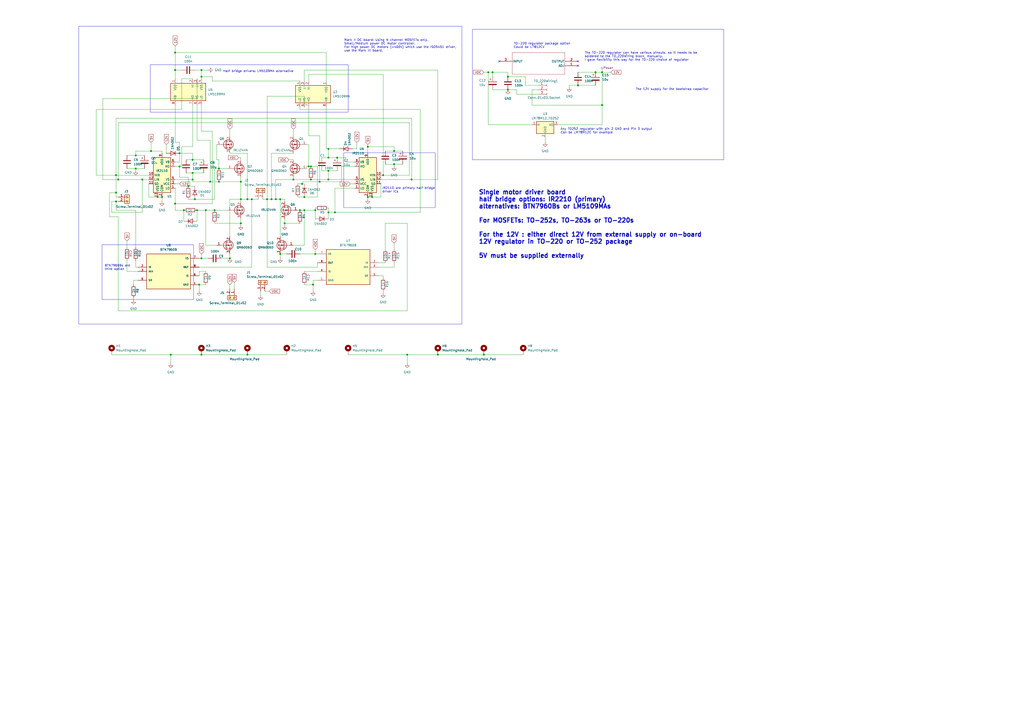
<source format=kicad_sch>
(kicad_sch (version 20250114) (generator "eeschema") (generator_version "9.0")
  (paper "A2")
  (rectangle (start 274.066 17.018) (end 419.862 92.71))
  (rectangle (start 59.182 141.986) (end 112.268 173.736))
  (rectangle (start 199.39 88.646) (end 252.476 120.396))
  (rectangle (start 87.122 37.592) (end 201.93 65.024))
  (rectangle (start 45.72 15.24) (end 267.97 187.96))
  (text "BTN7960Bs are\nthird option" (at 60.706 155.194 0) (effects (font (size 1.27 1.27)) (justify left)))
  (text "Single motor driver board\nhalf bridge options: IR2210 (primary)\nalternatives: BTN7960Bs or LM5109MAs\n\nFor MOSFETs: TO-252s, TO-263s or TO-220s\n\nFor the 12V : either direct 12V from external supply or on-board\n12V regulator in TO-220 or TO-252 package\n\n5V must be supplied externally" (at 277.622 130.048 0) (effects (font (size 2.54 2.54) (thickness 0.508) (bold yes)) (justify left)))
  (text "Half bridge drivers: LM5109MA alternative" (at 149.86 41.402 0) (effects (font (size 1.27 1.27))))
  (text "Any TO252 regulator with pin 2 GND and Pin 3 output\nCan be LM78M12C for example" (at 325.12 75.946 0) (effects (font (size 1.27 1.27)) (justify left)))
  (text "The 12V supply for the bootstrap capacitor" (at 389.89 51.816 0) (effects (font (size 1.27 1.27))))
  (text "TO-220 regulator package option\nCould be L7812CV" (at 297.942 26.416 0) (effects (font (size 1.27 1.27)) (justify left)))
  (text "The TO-220 regulator can have various pinouts, so it needs to be \nsoldered to the TO_220Wiring block, manually. \nI gave flexibility this way for the TO-220 choice of regulator" (at 339.09 32.766 0) (effects (font (size 1.27 1.27)) (justify left)))
  (text "IR2110 are primary half bridge\ndriver ICs" (at 221.742 110.236 0) (effects (font (size 1.27 1.27)) (justify left)))
  (text "Mark II DC board: Using N channel MOSFETs only.\nSmall/Medium power DC motor controller.\nFor high power DC motors (>400V) which use the ISO5451 driver,\nuse the Mark III board.\n" (at 199.644 26.416 0) (effects (font (size 1.27 1.27)) (justify left)))
  (junction (at 194.31 123.19))
  (junction (at 165.1 129.54))
  (junction (at 181.61 165.1))
  (junction (at 143.51 115.57))
  (junction (at 111.76 100.33))
  (junction (at 124.46 121.92))
  (junction (at 294.64 52.07))
  (junction (at 113.03 115.57))
  (junction (at 133.35 149.86))
  (junction (at 228.6 95.25))
  (junction (at 213.36 85.09))
  (junction (at 294.64 44.45))
  (junction (at 116.84 44.45))
  (junction (at 146.05 115.57))
  (junction (at 67.31 116.84))
  (junction (at 109.22 107.95))
  (junction (at 335.28 49.53))
  (junction (at 99.06 205.74))
  (junction (at 236.22 205.74))
  (junction (at 170.18 104.14))
  (junction (at 104.14 88.9))
  (junction (at 78.74 97.79))
  (junction (at 345.44 41.91))
  (junction (at 139.7 129.54))
  (junction (at 101.6 30.48))
  (junction (at 185.42 105.41))
  (junction (at 349.25 60.96))
  (junction (at 190.5 104.14))
  (junction (at 111.76 92.71))
  (junction (at 111.76 104.14))
  (junction (at 195.58 91.44))
  (junction (at 182.88 121.92))
  (junction (at 285.75 41.91))
  (junction (at 119.38 121.92))
  (junction (at 176.53 121.92))
  (junction (at 104.14 96.52))
  (junction (at 116.84 40.64))
  (junction (at 101.6 118.11))
  (junction (at 190.5 86.36))
  (junction (at 280.67 205.74))
  (junction (at 116.84 149.86))
  (junction (at 349.25 41.91))
  (junction (at 179.07 96.52))
  (junction (at 215.9 114.3))
  (junction (at 173.99 121.92))
  (junction (at 283.21 41.91))
  (junction (at 162.56 115.57))
  (junction (at 238.76 104.14))
  (junction (at 127 105.41))
  (junction (at 154.94 115.57))
  (junction (at 175.26 106.68))
  (junction (at 91.44 114.3))
  (junction (at 162.56 147.32))
  (junction (at 114.3 121.92))
  (junction (at 67.31 111.76))
  (junction (at 87.63 87.63))
  (junction (at 190.5 123.19))
  (junction (at 157.48 115.57))
  (junction (at 115.57 165.1))
  (junction (at 139.7 115.57))
  (junction (at 222.25 101.6))
  (junction (at 101.6 40.64))
  (junction (at 106.68 121.92))
  (junction (at 116.84 205.74))
  (junction (at 182.88 147.32))
  (junction (at 190.5 99.06))
  (junction (at 213.36 114.3))
  (junction (at 67.31 101.6))
  (junction (at 139.7 105.41))
  (junction (at 121.92 105.41))
  (junction (at 190.5 91.44))
  (junction (at 78.74 90.17))
  (junction (at 228.6 87.63))
  (junction (at 82.55 104.14))
  (junction (at 180.34 104.14))
  (junction (at 180.34 96.52))
  (junction (at 127 97.79))
  (junction (at 160.02 115.57))
  (junction (at 93.98 114.3))
  (junction (at 176.53 114.3))
  (junction (at 143.51 205.74))
  (junction (at 68.58 104.14))
  (junction (at 254 205.74))
  (no_connect (at 335.28 35.56))
  (no_connect (at 335.28 38.1))
  (no_connect (at 289.56 35.56))
  (wire (pts (xy 116.84 76.2) (xy 123.19 76.2)))
  (wire (pts (xy 283.21 72.39) (xy 283.21 41.91)))
  (wire (pts (xy 106.68 121.92) (xy 106.68 128.27)))
  (wire (pts (xy 181.61 165.1) (xy 181.61 168.91)))
  (wire (pts (xy 219.71 154.94) (xy 228.6 154.94)))
  (wire (pts (xy 299.72 54.61) (xy 299.72 52.07)))
  (wire (pts (xy 113.03 115.57) (xy 124.46 115.57)))
  (wire (pts (xy 304.8 49.53) (xy 304.8 44.45)))
  (wire (pts (xy 116.84 147.32) (xy 116.84 149.86)))
  (wire (pts (xy 223.52 129.54) (xy 236.22 129.54)))
  (wire (pts (xy 114.3 81.28) (xy 121.92 81.28)))
  (wire (pts (xy 87.63 87.63) (xy 93.98 87.63)))
  (wire (pts (xy 111.76 100.33) (xy 118.11 100.33)))
  (wire (pts (xy 345.44 41.91) (xy 349.25 41.91)))
  (wire (pts (xy 146.05 115.57) (xy 146.05 154.94)))
  (wire (pts (xy 220.98 114.3) (xy 215.9 114.3)))
  (wire (pts (xy 64.77 123.19) (xy 64.77 116.84)))
  (wire (pts (xy 67.31 116.84) (xy 68.58 116.84)))
  (wire (pts (xy 99.06 205.74) (xy 116.84 205.74)))
  (wire (pts (xy 180.34 104.14) (xy 190.5 104.14)))
  (wire (pts (xy 173.99 147.32) (xy 182.88 147.32)))
  (wire (pts (xy 177.8 97.79) (xy 177.8 96.52)))
  (wire (pts (xy 93.98 114.3) (xy 93.98 116.84)))
  (wire (pts (xy 93.98 87.63) (xy 93.98 88.9)))
  (wire (pts (xy 127 105.41) (xy 121.92 105.41)))
  (wire (pts (xy 116.84 40.64) (xy 120.65 40.64)))
  (wire (pts (xy 124.46 115.57) (xy 124.46 97.79)))
  (wire (pts (xy 190.5 120.65) (xy 190.5 123.19)))
  (wire (pts (xy 123.19 118.11) (xy 101.6 118.11)))
  (wire (pts (xy 154.94 154.94) (xy 154.94 115.57)))
  (wire (pts (xy 77.47 162.56) (xy 80.01 162.56)))
  (wire (pts (xy 162.56 147.32) (xy 166.37 147.32)))
  (wire (pts (xy 67.31 101.6) (xy 86.36 101.6)))
  (wire (pts (xy 101.6 93.98) (xy 104.14 93.98)))
  (wire (pts (xy 68.58 125.73) (xy 68.58 180.34)))
  (wire (pts (xy 228.6 95.25) (xy 233.68 95.25)))
  (wire (pts (xy 170.18 142.24) (xy 176.53 142.24)))
  (wire (pts (xy 105.41 45.72) (xy 105.41 63.5)))
  (wire (pts (xy 177.8 96.52) (xy 179.07 96.52)))
  (wire (pts (xy 213.36 85.09) (xy 213.36 88.9)))
  (wire (pts (xy 280.67 205.74) (xy 303.53 205.74)))
  (wire (pts (xy 63.5 125.73) (xy 63.5 111.76)))
  (wire (pts (xy 104.14 88.9) (xy 111.76 88.9)))
  (wire (pts (xy 78.74 97.79) (xy 83.82 97.79)))
  (wire (pts (xy 198.12 96.52) (xy 198.12 105.41)))
  (wire (pts (xy 238.76 68.58) (xy 67.31 68.58)))
  (wire (pts (xy 82.55 123.19) (xy 64.77 123.19)))
  (wire (pts (xy 165.1 129.54) (xy 165.1 130.81)))
  (wire (pts (xy 189.23 30.48) (xy 101.6 30.48)))
  (wire (pts (xy 205.74 104.14) (xy 190.5 104.14)))
  (wire (pts (xy 139.7 115.57) (xy 143.51 115.57)))
  (wire (pts (xy 172.72 121.92) (xy 173.99 121.92)))
  (wire (pts (xy 101.6 60.96) (xy 101.6 82.55)))
  (wire (pts (xy 222.25 161.29) (xy 222.25 160.02)))
  (wire (pts (xy 170.18 88.9) (xy 157.48 88.9)))
  (wire (pts (xy 167.64 92.71) (xy 170.18 92.71)))
  (wire (pts (xy 200.66 93.98) (xy 200.66 91.44)))
  (wire (pts (xy 190.5 86.36) (xy 190.5 91.44)))
  (wire (pts (xy 143.51 88.9) (xy 143.51 115.57)))
  (wire (pts (xy 154.94 55.88) (xy 154.94 115.57)))
  (wire (pts (xy 186.69 99.06) (xy 190.5 99.06)))
  (wire (pts (xy 308.61 60.96) (xy 349.25 60.96)))
  (wire (pts (xy 203.2 106.68) (xy 205.74 106.68)))
  (wire (pts (xy 118.11 92.71) (xy 111.76 92.71)))
  (wire (pts (xy 82.55 104.14) (xy 86.36 104.14)))
  (wire (pts (xy 228.6 154.94) (xy 228.6 152.4)))
  (wire (pts (xy 294.64 41.91) (xy 294.64 44.45)))
  (wire (pts (xy 222.25 168.91) (xy 222.25 170.18)))
  (wire (pts (xy 283.21 41.91) (xy 280.67 41.91)))
  (wire (pts (xy 78.74 121.92) (xy 67.31 121.92)))
  (wire (pts (xy 125.73 92.71) (xy 127 92.71)))
  (wire (pts (xy 114.3 45.72) (xy 114.3 57.15)))
  (wire (pts (xy 119.38 157.48) (xy 115.57 157.48)))
  (wire (pts (xy 165.1 129.54) (xy 165.1 127)))
  (wire (pts (xy 55.88 101.6) (xy 67.31 101.6)))
  (wire (pts (xy 121.92 105.41) (xy 111.76 105.41)))
  (wire (pts (xy 170.18 74.93) (xy 170.18 78.74)))
  (wire (pts (xy 207.01 86.36) (xy 204.47 86.36)))
  (wire (pts (xy 196.85 86.36) (xy 190.5 86.36)))
  (wire (pts (xy 213.36 85.09) (xy 228.6 85.09)))
  (wire (pts (xy 114.3 60.96) (xy 114.3 81.28)))
  (wire (pts (xy 198.12 105.41) (xy 185.42 105.41)))
  (wire (pts (xy 133.35 137.16) (xy 133.35 115.57)))
  (wire (pts (xy 73.66 151.13) (xy 73.66 157.48)))
  (wire (pts (xy 64.77 205.74) (xy 99.06 205.74)))
  (wire (pts (xy 189.23 62.23) (xy 189.23 86.36)))
  (wire (pts (xy 170.18 102.87) (xy 170.18 104.14)))
  (wire (pts (xy 73.66 97.79) (xy 78.74 97.79)))
  (wire (pts (xy 285.75 41.91) (xy 283.21 41.91)))
  (wire (pts (xy 101.6 40.64) (xy 101.6 45.72)))
  (wire (pts (xy 190.5 123.19) (xy 190.5 127)))
  (wire (pts (xy 111.76 45.72) (xy 105.41 45.72)))
  (wire (pts (xy 113.03 40.64) (xy 116.84 40.64)))
  (wire (pts (xy 283.21 72.39) (xy 308.61 72.39)))
  (wire (pts (xy 139.7 91.44) (xy 139.7 92.71)))
  (wire (pts (xy 308.61 52.07) (xy 308.61 60.96)))
  (wire (pts (xy 101.6 26.67) (xy 101.6 30.48)))
  (wire (pts (xy 176.53 165.1) (xy 181.61 165.1)))
  (wire (pts (xy 223.52 144.78) (xy 223.52 129.54)))
  (wire (pts (xy 201.93 205.74) (xy 236.22 205.74)))
  (wire (pts (xy 323.85 72.39) (xy 349.25 72.39)))
  (wire (pts (xy 68.58 104.14) (xy 68.58 71.12)))
  (wire (pts (xy 109.22 115.57) (xy 113.03 115.57)))
  (wire (pts (xy 139.7 105.41) (xy 127 105.41)))
  (wire (pts (xy 153.67 168.91) (xy 156.21 168.91)))
  (wire (pts (xy 179.07 83.82) (xy 177.8 83.82)))
  (wire (pts (xy 228.6 87.63) (xy 233.68 87.63)))
  (wire (pts (xy 111.76 85.09) (xy 105.41 85.09)))
  (wire (pts (xy 77.47 165.1) (xy 77.47 162.56)))
  (wire (pts (xy 105.41 96.52) (xy 104.14 96.52)))
  (wire (pts (xy 176.53 157.48) (xy 184.15 157.48)))
  (wire (pts (xy 121.92 81.28) (xy 121.92 105.41)))
  (wire (pts (xy 285.75 52.07) (xy 294.64 52.07)))
  (wire (pts (xy 157.48 88.9) (xy 157.48 115.57)))
  (wire (pts (xy 173.99 129.54) (xy 165.1 129.54)))
  (wire (pts (xy 101.6 82.55) (xy 104.14 82.55)))
  (wire (pts (xy 78.74 87.63) (xy 78.74 90.17)))
  (wire (pts (xy 116.84 149.86) (xy 120.65 149.86)))
  (wire (pts (xy 190.5 91.44) (xy 195.58 91.44)))
  (wire (pts (xy 194.31 123.19) (xy 190.5 123.19)))
  (wire (pts (xy 67.31 114.3) (xy 68.58 114.3)))
  (wire (pts (xy 179.07 46.99) (xy 179.07 43.18)))
  (wire (pts (xy 330.2 49.53) (xy 335.28 49.53)))
  (wire (pts (xy 109.22 107.95) (xy 113.03 107.95)))
  (wire (pts (xy 175.26 106.68) (xy 176.53 106.68)))
  (wire (pts (xy 182.88 147.32) (xy 184.15 147.32)))
  (wire (pts (xy 176.53 46.99) (xy 176.53 40.64)))
  (wire (pts (xy 143.51 205.74) (xy 166.37 205.74)))
  (wire (pts (xy 67.31 101.6) (xy 67.31 111.76)))
  (wire (pts (xy 304.8 44.45) (xy 294.64 44.45)))
  (wire (pts (xy 127 92.71) (xy 127 97.79)))
  (wire (pts (xy 96.52 83.82) (xy 96.52 88.9)))
  (wire (pts (xy 254 104.14) (xy 238.76 104.14)))
  (wire (pts (xy 185.42 78.74) (xy 185.42 105.41)))
  (wire (pts (xy 139.7 115.57) (xy 139.7 116.84)))
  (wire (pts (xy 109.22 102.87) (xy 109.22 107.95)))
  (wire (pts (xy 86.36 114.3) (xy 91.44 114.3)))
  (wire (pts (xy 185.42 105.41) (xy 175.26 105.41)))
  (wire (pts (xy 182.88 120.65) (xy 182.88 121.92)))
  (wire (pts (xy 116.84 40.64) (xy 116.84 44.45)))
  (wire (pts (xy 101.6 30.48) (xy 101.6 40.64)))
  (wire (pts (xy 190.5 99.06) (xy 195.58 99.06)))
  (wire (pts (xy 179.07 43.18) (xy 222.25 43.18)))
  (wire (pts (xy 125.73 142.24) (xy 119.38 142.24)))
  (wire (pts (xy 87.63 82.55) (xy 87.63 87.63)))
  (wire (pts (xy 219.71 160.02) (xy 222.25 160.02)))
  (wire (pts (xy 59.69 104.14) (xy 68.58 104.14)))
  (wire (pts (xy 105.41 85.09) (xy 105.41 96.52)))
  (wire (pts (xy 107.95 100.33) (xy 111.76 100.33)))
  (wire (pts (xy 116.84 44.45) (xy 116.84 45.72)))
  (wire (pts (xy 181.61 162.56) (xy 181.61 165.1)))
  (wire (pts (xy 162.56 115.57) (xy 165.1 115.57)))
  (wire (pts (xy 162.56 147.32) (xy 162.56 149.86)))
  (wire (pts (xy 133.35 165.1) (xy 133.35 167.64)))
  (wire (pts (xy 349.25 72.39) (xy 349.25 60.96)))
  (wire (pts (xy 190.5 104.14) (xy 190.5 99.06)))
  (wire (pts (xy 67.31 121.92) (xy 67.31 116.84)))
  (wire (pts (xy 170.18 104.14) (xy 160.02 104.14)))
  (wire (pts (xy 162.56 115.57) (xy 162.56 137.16)))
  (wire (pts (xy 139.7 129.54) (xy 139.7 127)))
  (wire (pts (xy 101.6 106.68) (xy 104.14 106.68)))
  (wire (pts (xy 219.71 152.4) (xy 223.52 152.4)))
  (wire (pts (xy 124.46 121.92) (xy 132.08 121.92)))
  (wire (pts (xy 236.22 205.74) (xy 236.22 210.82)))
  (wire (pts (xy 125.73 83.82) (xy 125.73 92.71)))
  (wire (pts (xy 154.94 154.94) (xy 184.15 154.94)))
  (wire (pts (xy 68.58 104.14) (xy 82.55 104.14)))
  (wire (pts (xy 135.89 163.83) (xy 135.89 167.64)))
  (wire (pts (xy 67.31 68.58) (xy 67.31 101.6)))
  (wire (pts (xy 220.98 106.68) (xy 220.98 114.3)))
  (wire (pts (xy 114.3 57.15) (xy 59.69 57.15)))
  (wire (pts (xy 205.74 93.98) (xy 200.66 93.98)))
  (wire (pts (xy 111.76 92.71) (xy 107.95 92.71)))
  (wire (pts (xy 146.05 115.57) (xy 149.86 115.57)))
  (wire (pts (xy 111.76 88.9) (xy 111.76 92.71)))
  (wire (pts (xy 312.42 54.61) (xy 299.72 54.61)))
  (wire (pts (xy 170.18 104.14) (xy 180.34 104.14)))
  (wire (pts (xy 236.22 205.74) (xy 254 205.74)))
  (wire (pts (xy 176.53 40.64) (xy 254 40.64)))
  (wire (pts (xy 184.15 96.52) (xy 184.15 114.3)))
  (wire (pts (xy 77.47 172.72) (xy 77.47 173.99)))
  (wire (pts (xy 189.23 86.36) (xy 190.5 86.36)))
  (wire (pts (xy 55.88 63.5) (xy 55.88 101.6)))
  (wire (pts (xy 194.31 109.22) (xy 194.31 123.19)))
  (wire (pts (xy 128.27 149.86) (xy 133.35 149.86)))
  (wire (pts (xy 312.42 49.53) (xy 304.8 49.53)))
  (wire (pts (xy 194.31 109.22) (xy 205.74 109.22)))
  (wire (pts (xy 138.43 91.44) (xy 139.7 91.44)))
  (wire (pts (xy 173.99 46.99) (xy 123.19 46.99)))
  (wire (pts (xy 228.6 140.97) (xy 228.6 144.78)))
  (wire (pts (xy 104.14 102.87) (xy 109.22 102.87)))
  (wire (pts (xy 91.44 114.3) (xy 93.98 114.3)))
  (wire (pts (xy 179.07 96.52) (xy 180.34 96.52)))
  (wire (pts (xy 78.74 87.63) (xy 87.63 87.63)))
  (wire (pts (xy 176.53 142.24) (xy 176.53 121.92)))
  (wire (pts (xy 236.22 180.34) (xy 68.58 180.34)))
  (wire (pts (xy 116.84 205.74) (xy 143.51 205.74)))
  (wire (pts (xy 115.57 165.1) (xy 115.57 168.91)))
  (wire (pts (xy 111.76 105.41) (xy 111.76 104.14)))
  (wire (pts (xy 330.2 49.53) (xy 330.2 50.8)))
  (wire (pts (xy 101.6 40.64) (xy 105.41 40.64)))
  (wire (pts (xy 152.4 115.57) (xy 154.94 115.57)))
  (wire (pts (xy 68.58 71.12) (xy 237.49 71.12)))
  (wire (pts (xy 99.06 205.74) (xy 99.06 210.82)))
  (wire (pts (xy 101.6 96.52) (xy 104.14 96.52)))
  (wire (pts (xy 78.74 97.79) (xy 78.74 99.06)))
  (wire (pts (xy 115.57 157.48) (xy 115.57 160.02)))
  (wire (pts (xy 78.74 90.17) (xy 83.82 90.17)))
  (wire (pts (xy 82.55 104.14) (xy 82.55 123.19)))
  (wire (pts (xy 182.88 121.92) (xy 182.88 127)))
  (wire (pts (xy 104.14 82.55) (xy 104.14 88.9)))
  (wire (pts (xy 114.3 121.92) (xy 119.38 121.92)))
  (wire (pts (xy 105.41 63.5) (xy 55.88 63.5)))
  (wire (pts (xy 78.74 154.94) (xy 80.01 154.94)))
  (wire (pts (xy 254 40.64) (xy 254 104.14)))
  (wire (pts (xy 154.94 115.57) (xy 157.48 115.57)))
  (wire (pts (xy 176.53 62.23) (xy 176.53 55.88)))
  (wire (pts (xy 222.25 43.18) (xy 222.25 101.6)))
  (wire (pts (xy 179.07 83.82) (xy 179.07 96.52)))
  (wire (pts (xy 68.58 125.73) (xy 63.5 125.73)))
  (wire (pts (xy 184.15 154.94) (xy 184.15 152.4)))
  (wire (pts (xy 175.26 105.41) (xy 175.26 106.68)))
  (wire (pts (xy 236.22 129.54) (xy 236.22 180.34)))
  (wire (pts (xy 73.66 139.7) (xy 73.66 143.51)))
  (wire (pts (xy 143.51 115.57) (xy 146.05 115.57)))
  (wire (pts (xy 139.7 105.41) (xy 139.7 115.57)))
  (wire (pts (xy 133.35 115.57) (xy 139.7 115.57)))
  (wire (pts (xy 133.35 147.32) (xy 133.35 149.86)))
  (wire (pts (xy 312.42 52.07) (xy 308.61 52.07)))
  (wire (pts (xy 349.25 41.91) (xy 354.33 41.91)))
  (wire (pts (xy 67.31 111.76) (xy 67.31 114.3)))
  (wire (pts (xy 176.53 114.3) (xy 184.15 114.3)))
  (wire (pts (xy 172.72 114.3) (xy 176.53 114.3)))
  (wire (pts (xy 173.99 63.5) (xy 243.84 63.5)))
  (wire (pts (xy 285.75 44.45) (xy 285.75 41.91)))
  (wire (pts (xy 228.6 85.09) (xy 228.6 87.63)))
  (wire (pts (xy 124.46 97.79) (xy 127 97.79)))
  (wire (pts (xy 213.36 114.3) (xy 213.36 115.57)))
  (wire (pts (xy 349.25 60.96) (xy 349.25 41.91)))
  (wire (pts (xy 222.25 101.6) (xy 237.49 101.6)))
  (wire (pts (xy 119.38 121.92) (xy 124.46 121.92)))
  (wire (pts (xy 160.02 115.57) (xy 162.56 115.57)))
  (wire (pts (xy 254 205.74) (xy 280.67 205.74)))
  (wire (pts (xy 133.35 88.9) (xy 143.51 88.9)))
  (wire (pts (xy 180.34 96.52) (xy 184.15 96.52)))
  (wire (pts (xy 101.6 118.11) (xy 101.6 121.92)))
  (wire (pts (xy 111.76 100.33) (xy 111.76 104.14)))
  (wire (pts (xy 189.23 30.48) (xy 189.23 46.99)))
  (wire (pts (xy 119.38 142.24) (xy 119.38 121.92)))
  (wire (pts (xy 186.69 91.44) (xy 190.5 91.44)))
  (wire (pts (xy 101.6 121.92) (xy 106.68 121.92)))
  (wire (pts (xy 213.36 114.3) (xy 215.9 114.3)))
  (wire (pts (xy 133.35 74.93) (xy 133.35 78.74)))
  (wire (pts (xy 63.5 111.76) (xy 67.31 111.76)))
  (wire (pts (xy 176.53 55.88) (xy 154.94 55.88)))
  (wire (pts (xy 115.57 149.86) (xy 116.84 149.86)))
  (wire (pts (xy 151.13 168.91) (xy 151.13 171.45)))
  (wire (pts (xy 115.57 154.94) (xy 146.05 154.94)))
  (wire (pts (xy 205.74 96.52) (xy 198.12 96.52)))
  (wire (pts (xy 220.98 101.6) (xy 222.25 101.6)))
  (wire (pts (xy 194.31 123.19) (xy 243.84 123.19)))
  (wire (pts (xy 124.46 129.54) (xy 139.7 129.54)))
  (wire (pts (xy 111.76 60.96) (xy 111.76 85.09)))
  (wire (pts (xy 104.14 93.98) (xy 104.14 88.9)))
  (wire (pts (xy 176.53 121.92) (xy 182.88 121.92)))
  (wire (pts (xy 123.19 76.2) (xy 123.19 118.11)))
  (wire (pts (xy 73.66 157.48) (xy 80.01 157.48)))
  (wire (pts (xy 139.7 129.54) (xy 139.7 130.81)))
  (wire (pts (xy 182.88 144.78) (xy 182.88 147.32)))
  (wire (pts (xy 73.66 90.17) (xy 78.74 90.17)))
  (wire (pts (xy 243.84 63.5) (xy 243.84 123.19)))
  (wire (pts (xy 101.6 104.14) (xy 111.76 104.14)))
  (wire (pts (xy 207.01 82.55) (xy 207.01 86.36)))
  (wire (pts (xy 335.28 49.53) (xy 345.44 49.53)))
  (wire (pts (xy 172.72 106.68) (xy 175.26 106.68)))
  (wire (pts (xy 78.74 151.13) (xy 78.74 154.94)))
  (wire (pts (xy 165.1 115.57) (xy 165.1 116.84)))
  (wire (pts (xy 59.69 57.15) (xy 59.69 104.14)))
  (wire (pts (xy 179.07 78.74) (xy 185.42 78.74)))
  (wire (pts (xy 123.19 44.45) (xy 116.84 44.45)))
  (wire (pts (xy 157.48 115.57) (xy 160.02 115.57)))
  (wire (pts (xy 123.19 46.99) (xy 123.19 44.45)))
  (wire (pts (xy 78.74 121.92) (xy 78.74 143.51)))
  (wire (pts (xy 213.36 83.82) (xy 213.36 85.09)))
  (wire (pts (xy 116.84 60.96) (xy 116.84 76.2)))
  (wire (pts (xy 173.99 121.92) (xy 176.53 121.92)))
  (wire (pts (xy 115.57 165.1) (xy 119.38 165.1)))
  (wire (pts (xy 132.08 97.79) (xy 127 97.79)))
  (wire (pts (xy 223.52 95.25) (xy 228.6 95.25)))
  (wire (pts (xy 285.75 41.91) (xy 294.64 41.91)))
  (wire (pts (xy 114.3 121.92) (xy 114.3 128.27)))
  (wire (pts (xy 316.23 80.01) (xy 316.23 82.55)))
  (wire (pts (xy 139.7 102.87) (xy 139.7 105.41)))
  (wire (pts (xy 299.72 52.07) (xy 294.64 52.07)))
  (wire (pts (xy 179.07 62.23) (xy 179.07 78.74)))
  (wire (pts (xy 345.44 41.91) (xy 335.28 41.91)))
  (wire (pts (xy 220.98 104.14) (xy 238.76 104.14)))
  (wire (pts (xy 200.66 91.44) (xy 195.58 91.44)))
  (wire (pts (xy 101.6 109.22) (xy 101.6 118.11)))
  (wire (pts (xy 184.15 162.56) (xy 181.61 162.56)))
  (wire (pts (xy 104.14 96.52) (xy 104.14 102.87)))
  (wire (pts (xy 160.02 104.14) (xy 160.02 115.57)))
  (wire (pts (xy 228.6 95.25) (xy 228.6 96.52)))
  (wire (pts (xy 64.77 116.84) (xy 67.31 116.84)))
  (wire (pts (xy 237.49 71.12) (xy 237.49 101.6)))
  (wire (pts (xy 86.36 106.68) (xy 86.36 114.3)))
  (wire (pts (xy 173.99 62.23) (xy 173.99 63.5)))
  (wire (pts (xy 223.52 87.63) (xy 228.6 87.63)))
  (wire (pts (xy 238.76 104.14) (xy 238.76 68.58)))
  (global_label "VDC" (shape input) (at 170.18 74.93 90) (property "Intersheetrefs" "${INTERSHEET_REFS}" (effects (hide yes))))
  (global_label "VDC" (shape input) (at 167.64 92.71 180) (property "Intersheetrefs" "${INTERSHEET_REFS}" (effects (hide yes))))
  (global_label "12V" (shape input) (at 104.14 106.68 0) (property "Intersheetrefs" "${INTERSHEET_REFS}" (effects (hide yes))))
  (global_label "12V" (shape input) (at 354.33 41.91 0) (property "Intersheetrefs" "${INTERSHEET_REFS}" (effects (hide yes))))
  (global_label "VDC" (shape input) (at 116.84 147.32 90) (property "Intersheetrefs" "${INTERSHEET_REFS}" (effects (hide yes))))
  (global_label "12V" (shape input) (at 133.35 165.1 90) (property "Intersheetrefs" "${INTERSHEET_REFS}" (effects (hide yes))))
  (global_label "12V" (shape input) (at 101.6 26.67 90) (property "Intersheetrefs" "${INTERSHEET_REFS}" (effects (hide yes))))
  (global_label "5V" (shape input) (at 228.6 140.97 90) (property "Intersheetrefs" "${INTERSHEET_REFS}" (effects (hide yes))))
  (global_label "5V" (shape input) (at 135.89 163.83 90) (property "Intersheetrefs" "${INTERSHEET_REFS}" (effects (hide yes))))
  (global_label "VDC" (shape input) (at 182.88 144.78 90) (property "Intersheetrefs" "${INTERSHEET_REFS}" (effects (hide yes))))
  (global_label "VDC" (shape input) (at 133.35 74.93 90) (property "Intersheetrefs" "${INTERSHEET_REFS}" (effects (hide yes))))
  (global_label "VDC" (shape input) (at 280.67 41.91 180) (property "Intersheetrefs" "${INTERSHEET_REFS}" (effects (hide yes))))
  (global_label "12V" (shape input) (at 207.01 82.55 90) (property "Intersheetrefs" "${INTERSHEET_REFS}" (effects (hide yes))))
  (global_label "5V" (shape input) (at 87.63 82.55 90) (property "Intersheetrefs" "${INTERSHEET_REFS}" (effects (hide yes))))
  (global_label "5V" (shape input) (at 213.36 83.82 90) (property "Intersheetrefs" "${INTERSHEET_REFS}" (effects (hide yes))))
  (global_label "12V" (shape input) (at 96.52 83.82 90) (property "Intersheetrefs" "${INTERSHEET_REFS}" (effects (hide yes))))
  (global_label "5V" (shape input) (at 73.66 139.7 90) (property "Intersheetrefs" "${INTERSHEET_REFS}" (effects (hide yes))))
  (global_label "12V" (shape input) (at 203.2 106.68 180) (property "Intersheetrefs" "${INTERSHEET_REFS}" (effects (hide yes))))
  (global_label "VDC" (shape input) (at 156.21 168.91 0) (property "Intersheetrefs" "${INTERSHEET_REFS}" (effects (hide yes))))
  (global_label "VDC" (shape input) (at 138.43 91.44 180) (property "Intersheetrefs" "${INTERSHEET_REFS}" (effects (hide yes))))
  (netclass_flag "" (length 2.54) (shape round) (at 349.25 41.91 0) (property "Netclass" "Power" (at 349.9485 39.37 0) (effects (justify left))))
  (symbol (lib_id "power:GND") (at 330.2 50.8 0) (unit 1)
    (property "Reference" "#PWR024" (effects (hide yes)))
    (property "Value" "GND" (at 330.2 55.88 0))
    (property "Description" "Power symbol creates a global label with name \"GND\" , ground" (effects (hide yes)))
  )
  (symbol (lib_id "power:GND") (at 165.1 130.81 0) (unit 1)
    (property "Reference" "#PWR04" (effects (hide yes)))
    (property "Value" "GND" (at 165.1 135.89 0))
    (property "Description" "Power symbol creates a global label with name \"GND\" , ground" (effects (hide yes)))
  )
  (symbol (lib_id "Device:R") (at 172.72 110.49 0) (mirror x) (unit 1)
    (property "Reference" "R7" (at 170.18 110.236 90))
    (property "Value" "1k" (at 172.72 110.236 90))
    (property "Footprint" "TO220:R_Axial_Clean" (effects (hide yes)))
    (property "Description" "Resistor" (effects (hide yes)))
  )
  (symbol (lib_id "Mechanical:MountingHole_Pad") (at 201.93 203.2 0) (unit 1) (exclude_from_sim yes) (in_bom no)
    (property "Reference" "H5" (at 204.47 200.6599 0) (effects (justify left)))
    (property "Value" "MountingHole_Pad" (at 204.47 203.1999 0) (effects (justify left)))
    (property "Footprint" "MountingHole:MountingHole_2.7mm_M2.5_Pad_Via" (effects (hide yes)))
    (property "Description" "Mounting Hole with connection" (effects (hide yes)))
  )
  (symbol (lib_id "Device:R") (at 127 101.6 0) (mirror x) (unit 1)
    (property "Reference" "R11" (at 129.286 101.346 90))
    (property "Value" "1k" (at 127 101.346 90))
    (property "Footprint" "TO220:R_Axial_Clean" (effects (hide yes)))
    (property "Description" "Resistor" (effects (hide yes)))
  )
  (symbol (lib_id "Device:C") (at 109.22 40.64 90) (unit 1)
    (property "Reference" "C11" (at 109.22 33.02 90))
    (property "Value" "100n" (at 109.22 35.56 90))
    (property "Footprint" "Capacitor_THT:C_Rect_L7.0mm_W3.5mm_P5.00mm" (effects (hide yes)))
    (property "Description" "Unpolarized capacitor" (effects (hide yes)))
  )
  (symbol (lib_id "power:GND") (at 78.74 99.06 0) (unit 1)
    (property "Reference" "#PWR07" (effects (hide yes)))
    (property "Value" "GND" (at 74.422 100.076 0))
    (property "Description" "Power symbol creates a global label with name \"GND\" , ground" (effects (hide yes)))
  )
  (symbol (lib_id "Driver_FET:IR2110") (at 93.98 101.6 0) (unit 1)
    (property "Reference" "U1" (at 97.028 113.792 0) (effects (justify left)))
    (property "Value" "IR2110" (at 90.424 99.06 0) (effects (justify left)))
    (property "Footprint" "Package_DIP:DIP-14_W7.62mm" (effects (hide yes)))
    (property "Datasheet" "https://www.infineon.com/dgdl/ir2110.pdf?fileId=5546d462533600a4015355c80333167e" (effects (hide yes)))
    (property "Description" "High and Low Side Driver, 500V, 2.0/2.0A, PDIP-14" (effects (hide yes)))
  )
  (symbol (lib_id "power:GND") (at 93.98 116.84 0) (unit 1)
    (property "Reference" "#PWR09" (effects (hide yes)))
    (property "Value" "GND" (at 93.98 121.92 0))
    (property "Description" "Power symbol creates a global label with name \"GND\" , ground" (effects (hide yes)))
  )
  (symbol (lib_id "power:GND") (at 294.64 52.07 0) (unit 1)
    (property "Reference" "#PWR017" (effects (hide yes)))
    (property "Value" "GND" (at 294.64 57.15 0))
    (property "Description" "Power symbol creates a global label with name \"GND\" , ground" (effects (hide yes)))
  )
  (symbol (lib_id "power:GND") (at 133.35 149.86 0) (unit 1)
    (property "Reference" "#PWR03" (effects (hide yes)))
    (property "Value" "GND" (at 138.176 151.892 0))
    (property "Description" "Power symbol creates a global label with name \"GND\" , ground" (effects (hide yes)))
  )
  (symbol (lib_id "Transistor_FET:IRLIZ44N") (at 130.81 83.82 0) (unit 1)
    (property "Reference" "Q8" (at 127.254 80.518 0) (effects (justify left)))
    (property "Value" "IRLIZ44N" (at 135.128 87.122 0) (effects (justify left)))
    (property "Footprint" "TO220:TO-220-3_EXTENDED2" (effects (hide yes)))
    (property "Datasheet" "http://www.irf.com/product-info/datasheets/data/irliz44n.pdf" (effects (hide yes)))
    (property "Description" "30A Id, 55V Vds, 22mOhm Rds, N-Channel HEXFET Power MOSFET, TO-220AB" (effects (hide yes)))
  )
  (symbol (lib_id "Device:C") (at 170.18 147.32 270) (unit 1)
    (property "Reference" "C10" (at 172.974 144.526 90))
    (property "Value" "100n" (at 169.672 151.384 90))
    (property "Footprint" "Capacitor_THT:C_Rect_L7.0mm_W3.5mm_P5.00mm" (effects (hide yes)))
    (property "Description" "Unpolarized capacitor" (effects (hide yes)))
  )
  (symbol (lib_id "Device:C_Polarized") (at 83.82 93.98 0) (unit 1)
    (property "Reference" "C6" (at 87.63 91.8209 0) (effects (justify left)))
    (property "Value" "10u" (at 87.63 94.3609 0) (effects (justify left)))
    (property "Footprint" "termocuplu:CP_Elec_6.3x3.9_COMPOSITE" (effects (hide yes)))
    (property "Description" "Polarized capacitor" (effects (hide yes)))
  )
  (symbol (lib_id "Device:R") (at 173.99 125.73 0) (mirror x) (unit 1)
    (property "Reference" "R4" (at 176.276 125.476 90))
    (property "Value" "1k" (at 173.99 125.476 90))
    (property "Footprint" "TO220:R_Axial_Clean" (effects (hide yes)))
    (property "Description" "Resistor" (effects (hide yes)))
  )
  (symbol (lib_id "Device:C_Polarized") (at 195.58 95.25 0) (unit 1)
    (property "Reference" "C2" (at 199.39 93.0909 0) (effects (justify left)))
    (property "Value" "10u" (at 199.39 95.6309 0) (effects (justify left)))
    (property "Footprint" "termocuplu:CP_Elec_6.3x3.9_COMPOSITE" (effects (hide yes)))
    (property "Description" "Polarized capacitor" (effects (hide yes)))
  )
  (symbol (lib_id "power:GND") (at 162.56 149.86 0) (unit 1)
    (property "Reference" "#PWR05" (effects (hide yes)))
    (property "Value" "GND" (at 158.75 151.892 0))
    (property "Description" "Power symbol creates a global label with name \"GND\" , ground" (effects (hide yes)))
  )
  (symbol (lib_id "Connector:Screw_Terminal_01x02") (at 151.13 163.83 90) (unit 1)
    (property "Reference" "J1" (at 143.002 157.988 90) (effects (justify right)))
    (property "Value" "Screw_Terminal_01x02" (at 143.002 160.528 90) (effects (justify right)))
    (property "Footprint" "TO220:TerminalBlock_CLEAN_2PIN" (effects (hide yes)))
    (property "Description" "Generic screw terminal, single row, 01x02, script generated (kicad-library-utils/schlib/autogen/connector/)" (effects (hide yes)))
  )
  (symbol (lib_id "Device:R") (at 223.52 148.59 0) (mirror x) (unit 1)
    (property "Reference" "R14" (at 225.806 148.336 90))
    (property "Value" "10k" (at 223.52 148.336 90))
    (property "Footprint" "TO220:R_Axial_Clean" (effects (hide yes)))
    (property "Description" "Resistor" (effects (hide yes)))
  )
  (symbol (lib_id "Mechanical:MountingHole_Pad") (at 116.84 203.2 0) (unit 1) (exclude_from_sim yes) (in_bom no)
    (property "Reference" "H3" (at 119.38 200.6599 0) (effects (justify left)))
    (property "Value" "MountingHole_Pad" (at 119.38 203.1999 0) (effects (justify left)))
    (property "Footprint" "MountingHole:MountingHole_2.7mm_M2.5_Pad_Via" (effects (hide yes)))
    (property "Description" "Mounting Hole with connection" (effects (hide yes)))
  )
  (symbol (lib_id "Connector:Screw_Terminal_01x02") (at 149.86 110.49 90) (unit 1)
    (property "Reference" "J2" (at 141.732 104.648 90) (effects (justify right)))
    (property "Value" "Screw_Terminal_01x02" (at 141.732 107.188 90) (effects (justify right)))
    (property "Footprint" "TO220:TerminalBlock_CLEAN_2PIN" (effects (hide yes)))
    (property "Description" "Generic screw terminal, single row, 01x02, script generated (kicad-library-utils/schlib/autogen/connector/)" (effects (hide yes)))
  )
  (symbol (lib_id "Device:C") (at 107.95 96.52 0) (unit 1)
    (property "Reference" "C7" (at 111.76 95.2499 0) (effects (justify left)))
    (property "Value" "100n" (at 111.76 97.7899 0) (effects (justify left)))
    (property "Footprint" "Capacitor_THT:C_Rect_L7.0mm_W3.5mm_P5.00mm" (effects (hide yes)))
    (property "Description" "Unpolarized capacitor" (effects (hide yes)))
  )
  (symbol (lib_id "Transistor_FET:QM6006D") (at 137.16 97.79 0) (unit 1)
    (property "Reference" "Q2" (at 143.51 96.5199 0) (effects (justify left)))
    (property "Value" "QM6006D" (at 143.51 99.0599 0) (effects (justify left)))
    (property "Footprint" "Package_TO_SOT_SMD:TO-263-2" (effects (hide yes)))
    (property "Datasheet" "http://www.jaolen.com/images/pdf/QM6006D.pdf" (effects (hide yes)))
    (property "Description" "35A Id, 60V Vds, N-Channel Power MOSFET, 18mOhm Ron, 19.3nC Qg (typ), TO252" (effects (hide yes)))
  )
  (symbol (lib_id "Driver_FET:LM5109MA") (at 181.61 54.61 270) (unit 1)
    (property "Reference" "U2" (at 193.04 53.3399 90) (effects (justify left)))
    (property "Value" "LM5109MA" (at 193.04 55.8799 90) (effects (justify left)))
    (property "Footprint" "Package_SO:SOIC-8_3.9x4.9mm_P1.27mm" (effects (hide yes)))
    (property "Datasheet" "http://www.ti.com/lit/ds/symlink/lm5109.pdf" (effects (hide yes)))
    (property "Description" "Half-Bridge Gate Driver, Output Current 1.0A, 100V, SOIC-8" (effects (hide yes)))
  )
  (symbol (lib_id "power:GND") (at 213.36 115.57 0) (unit 1)
    (property "Reference" "#PWR08" (effects (hide yes)))
    (property "Value" "GND" (at 213.36 120.65 0))
    (property "Description" "Power symbol creates a global label with name \"GND\" , ground" (effects (hide yes)))
  )
  (symbol (lib_id "Device:R") (at 176.53 161.29 0) (mirror x) (unit 1)
    (property "Reference" "R13" (at 178.816 161.036 90))
    (property "Value" "1k" (at 176.53 161.036 90))
    (property "Footprint" "TO220:R_Axial_Clean" (effects (hide yes)))
    (property "Description" "Resistor" (effects (hide yes)))
  )
  (symbol (lib_id "Device:R") (at 180.34 100.33 0) (mirror x) (unit 1)
    (property "Reference" "R6" (at 182.626 100.076 90))
    (property "Value" "1k" (at 180.34 100.076 90))
    (property "Footprint" "TO220:R_Axial_Clean" (effects (hide yes)))
    (property "Description" "Resistor" (effects (hide yes)))
  )
  (symbol (lib_id "Device:C") (at 223.52 91.44 0) (unit 1)
    (property "Reference" "C3" (at 227.33 90.1699 0) (effects (justify left)))
    (property "Value" "100n" (at 227.33 92.7099 0) (effects (justify left)))
    (property "Footprint" "Capacitor_THT:C_Rect_L7.0mm_W3.5mm_P5.00mm" (effects (hide yes)))
    (property "Description" "Unpolarized capacitor" (effects (hide yes)))
  )
  (symbol (lib_id "power:GND") (at 181.61 168.91 0) (unit 1)
    (property "Reference" "#PWR012" (effects (hide yes)))
    (property "Value" "GND" (at 181.61 173.99 0))
    (property "Description" "Power symbol creates a global label with name \"GND\" , ground" (effects (hide yes)))
  )
  (symbol (lib_id "Mechanical:MountingHole_Pad") (at 166.37 203.2 0) (unit 1) (exclude_from_sim yes) (in_bom no)
    (property "Reference" "H2" (at 168.91 200.6599 0) (effects (justify left)))
    (property "Value" "MountingHole_Pad" (at 168.91 203.1999 0) (effects (justify left)))
    (property "Footprint" "MountingHole:MountingHole_2.7mm_M2.5_Pad_Via" (effects (hide yes)))
    (property "Description" "Mounting Hole with connection" (effects (hide yes)))
  )
  (symbol (lib_id "Device:R") (at 78.74 147.32 0) (mirror x) (unit 1)
    (property "Reference" "R10" (at 81.026 147.066 90))
    (property "Value" "10k" (at 78.74 147.066 90))
    (property "Footprint" "TO220:R_Axial_Clean" (effects (hide yes)))
    (property "Description" "Resistor" (effects (hide yes)))
  )
  (symbol (lib_id "Device:C") (at 335.28 45.72 0) (unit 1)
    (property "Reference" "C14" (at 339.09 44.4499 0) (effects (justify left)))
    (property "Value" "100n" (at 339.09 46.9899 0) (effects (justify left)))
    (property "Footprint" "Capacitor_THT:C_Rect_L7.0mm_W3.5mm_P5.00mm" (effects (hide yes)))
    (property "Description" "Unpolarized capacitor" (effects (hide yes)))
  )
  (symbol (lib_id "Diode:1N4002") (at 100.33 88.9 180) (unit 1)
    (property "Reference" "D5" (at 103.378 84.836 90) (effects (justify left)))
    (property "Value" "1N4002" (at 100.076 79.248 90) (effects (justify left)))
    (property "Footprint" "Diode_THT:D_DO-41_SOD81_P10.16mm_Horizontal" (effects (hide yes)))
    (property "Datasheet" "http://www.vishay.com/docs/88503/1n4001.pdf" (effects (hide yes)))
    (property "Description" "100V 1A General Purpose Rectifier Diode, DO-41" (effects (hide yes)))
    (property "Sim.Device" "D" (effects (hide yes)))
    (property "Sim.Pins" "1=K 2=A" (effects (hide yes)))
  )
  (symbol (lib_id "Mechanical:MountingHole_Pad") (at 254 203.2 0) (unit 1) (exclude_from_sim yes) (in_bom no)
    (property "Reference" "H6" (at 256.54 200.6599 0) (effects (justify left)))
    (property "Value" "MountingHole_Pad" (at 256.54 203.1999 0) (effects (justify left)))
    (property "Footprint" "MountingHole:MountingHole_2.7mm_M2.5_Pad_Via" (effects (hide yes)))
    (property "Description" "Mounting Hole with connection" (effects (hide yes)))
  )
  (symbol (lib_id "Connector:Screw_Terminal_01x02") (at 135.89 172.72 270) (unit 1)
    (property "Reference" "J5" (at 130.048 169.926 90) (effects (justify right)))
    (property "Value" "Screw_Terminal_01x02" (at 143.002 175.768 90) (effects (justify right)))
    (property "Footprint" "TO220:TerminalBlock_CLEAN_2PIN" (effects (hide yes)))
    (property "Description" "Generic screw terminal, single row, 01x02, script generated (kicad-library-utils/schlib/autogen/connector/)" (effects (hide yes)))
  )
  (symbol (lib_id "Device:R") (at 109.22 111.76 0) (mirror x) (unit 1)
    (property "Reference" "R1" (at 106.68 111.506 90))
    (property "Value" "1k" (at 109.22 111.506 90))
    (property "Footprint" "TO220:R_Axial_Clean" (effects (hide yes)))
    (property "Description" "Resistor" (effects (hide yes)))
  )
  (symbol (lib_id "Transistor_FET:QM6006D") (at 172.72 97.79 0) (mirror y) (unit 1)
    (property "Reference" "Q4" (at 166.37 96.5199 0) (effects (justify left)))
    (property "Value" "QM6006D" (at 166.37 99.0599 0) (effects (justify left)))
    (property "Footprint" "Package_TO_SOT_SMD:TO-263-2" (effects (hide yes)))
    (property "Datasheet" "http://www.jaolen.com/images/pdf/QM6006D.pdf" (effects (hide yes)))
    (property "Description" "35A Id, 60V Vds, N-Channel Power MOSFET, 18mOhm Ron, 19.3nC Qg (typ), TO252" (effects (hide yes)))
  )
  (symbol (lib_id "Device:C") (at 294.64 48.26 0) (unit 1)
    (property "Reference" "C13" (at 298.45 46.9899 0) (effects (justify left)))
    (property "Value" "100n" (at 298.45 49.5299 0) (effects (justify left)))
    (property "Footprint" "Capacitor_THT:C_Rect_L7.0mm_W3.5mm_P5.00mm" (effects (hide yes)))
    (property "Description" "Unpolarized capacitor" (effects (hide yes)))
  )
  (symbol (lib_id "Device:R") (at 186.69 120.65 90) (unit 1)
    (property "Reference" "R5" (at 186.944 123.19 90))
    (property "Value" "1k" (at 186.944 120.65 90))
    (property "Footprint" "TO220:R_Axial_Clean" (effects (hide yes)))
    (property "Description" "Resistor" (effects (hide yes)))
  )
  (symbol (lib_id "power:GND") (at 139.7 130.81 0) (unit 1)
    (property "Reference" "#PWR02" (effects (hide yes)))
    (property "Value" "GND" (at 139.7 135.89 0))
    (property "Description" "Power symbol creates a global label with name \"GND\" , ground" (effects (hide yes)))
  )
  (symbol (lib_id "Diode:1N4002") (at 110.49 128.27 0) (unit 1)
    (property "Reference" "D2" (at 103.378 128.524 0) (effects (justify left)))
    (property "Value" "1N4002" (at 107.442 131.064 0) (effects (justify left)))
    (property "Footprint" "Diode_THT:D_DO-41_SOD81_P10.16mm_Horizontal" (effects (hide yes)))
    (property "Datasheet" "http://www.vishay.com/docs/88503/1n4001.pdf" (effects (hide yes)))
    (property "Description" "100V 1A General Purpose Rectifier Diode, DO-41" (effects (hide yes)))
    (property "Sim.Device" "D" (effects (hide yes)))
    (property "Sim.Pins" "1=K 2=A" (effects (hide yes)))
  )
  (symbol (lib_id "power:GND") (at 120.65 40.64 90) (unit 1)
    (property "Reference" "#PWR015" (effects (hide yes)))
    (property "Value" "GND" (at 124.46 40.6399 90) (effects (justify right)))
    (property "Description" "Power symbol creates a global label with name \"GND\" , ground" (effects (hide yes)))
  )
  (symbol (lib_id "Device:C_Polarized") (at 345.44 45.72 0) (unit 1)
    (property "Reference" "C15" (at 349.25 43.5609 0) (effects (justify left)))
    (property "Value" "10u" (at 349.25 46.1009 0) (effects (justify left)))
    (property "Footprint" "termocuplu:CP_Elec_6.3x3.9_COMPOSITE" (effects (hide yes)))
    (property "Description" "Polarized capacitor" (effects (hide yes)))
  )
  (symbol (lib_id "Device:C") (at 186.69 95.25 0) (unit 1)
    (property "Reference" "C1" (at 185.674 90.17 0) (effects (justify left)))
    (property "Value" "100n" (at 188.214 97.536 0) (effects (justify left)))
    (property "Footprint" "Capacitor_THT:C_Rect_L7.0mm_W3.5mm_P5.00mm" (effects (hide yes)))
    (property "Description" "Unpolarized capacitor" (effects (hide yes)))
  )
  (symbol (lib_id "Mechanical:MountingHole_Pad") (at 64.77 203.2 0) (unit 1) (exclude_from_sim yes) (in_bom no)
    (property "Reference" "H1" (at 67.31 200.6599 0) (effects (justify left)))
    (property "Value" "MountingHole_Pad" (at 67.31 203.1999 0) (effects (justify left)))
    (property "Footprint" "MountingHole:MountingHole_2.7mm_M2.5_Pad_Via" (effects (hide yes)))
    (property "Description" "Mounting Hole with connection" (effects (hide yes)))
  )
  (symbol (lib_id "Diode:1N4002") (at 176.53 110.49 270) (unit 1)
    (property "Reference" "D6" (at 179.578 112.014 90) (effects (justify left)))
    (property "Value" "1N4002" (at 178.308 109.982 90) (effects (justify left)))
    (property "Footprint" "Diode_THT:D_DO-41_SOD81_P10.16mm_Horizontal" (effects (hide yes)))
    (property "Datasheet" "http://www.vishay.com/docs/88503/1n4001.pdf" (effects (hide yes)))
    (property "Description" "100V 1A General Purpose Rectifier Diode, DO-41" (effects (hide yes)))
    (property "Sim.Device" "D" (effects (hide yes)))
    (property "Sim.Pins" "1=K 2=A" (effects (hide yes)))
  )
  (symbol (lib_id "Device:C") (at 73.66 93.98 0) (unit 1)
    (property "Reference" "C5" (at 77.47 92.7099 0) (effects (justify left)))
    (property "Value" "100n" (at 77.47 95.2499 0) (effects (justify left)))
    (property "Footprint" "Capacitor_THT:C_Rect_L7.0mm_W3.5mm_P5.00mm" (effects (hide yes)))
    (property "Description" "Unpolarized capacitor" (effects (hide yes)))
  )
  (symbol (lib_id "Device:C_Polarized") (at 118.11 96.52 0) (unit 1)
    (property "Reference" "C8" (at 121.92 94.3609 0) (effects (justify left)))
    (property "Value" "10u" (at 121.92 96.9009 0) (effects (justify left)))
    (property "Footprint" "termocuplu:CP_Elec_6.3x3.9_COMPOSITE" (effects (hide yes)))
    (property "Description" "Polarized capacitor" (effects (hide yes)))
  )
  (symbol (lib_id "Device:R") (at 119.38 161.29 0) (mirror x) (unit 1)
    (property "Reference" "R9" (at 121.666 161.036 90))
    (property "Value" "1k" (at 119.38 161.036 90))
    (property "Footprint" "TO220:R_Axial_Clean" (effects (hide yes)))
    (property "Description" "Resistor" (effects (hide yes)))
  )
  (symbol (lib_id "ktype:BTN7960B") (at 201.93 154.94 0) (mirror y) (unit 1)
    (property "Reference" "U7" (at 201.93 139.7 0))
    (property "Value" "BTN7960B" (at 201.93 142.24 0))
    (property "Footprint" "termocuplu:IC_BTN7960B" (effects (hide yes)))
    (property "MF" "Infineon Technologies" (effects (hide yes)))
    (property "MAXIMUM_PACKAGE_HEIGHT" "4.4 mm" (effects (hide yes)))
    (property "Package" "TO-263-8 Infineon Technologies" (effects (hide yes)))
    (property "Price" "None" (effects (hide yes)))
    (property "Check_prices" "https://www.snapeda.com/parts/BTN7960B/Infineon/view-part/?ref=eda" (effects (hide yes)))
    (property "STANDARD" "Manufacturer Recommendations" (effects (hide yes)))
    (property "PARTREV" "1.0" (effects (hide yes)))
    (property "SnapEDA_Link" "https://www.snapeda.com/parts/BTN7960B/Infineon/view-part/?ref=snap" (effects (hide yes)))
    (property "MP" "BTN7960B" (effects (hide yes)))
    (property "Description_1" "Motor / Motion / Ignition Controllers & Drivers HI CRRENT PN HALF BRIDGE NOVALITH IC" (effects (hide yes)))
    (property "Availability" "In Stock" (effects (hide yes)))
    (property "MANUFACTURER" "Infineon Technologies" (effects (hide yes)))
  )
  (symbol (lib_id "Diode:1N4002") (at 200.66 86.36 0) (mirror x) (unit 1)
    (property "Reference" "D4" (at 200.406 81.788 90) (effects (justify left)))
    (property "Value" "1N4002" (at 202.692 76.962 90) (effects (justify left)))
    (property "Footprint" "Diode_THT:D_DO-41_SOD81_P10.16mm_Horizontal" (effects (hide yes)))
    (property "Datasheet" "http://www.vishay.com/docs/88503/1n4001.pdf" (effects (hide yes)))
    (property "Description" "100V 1A General Purpose Rectifier Diode, DO-41" (effects (hide yes)))
    (property "Sim.Device" "D" (effects (hide yes)))
    (property "Sim.Pins" "1=K 2=A" (effects (hide yes)))
  )
  (symbol (lib_id "Mechanical:MountingHole_Pad") (at 303.53 203.2 0) (unit 1) (exclude_from_sim yes) (in_bom no)
    (property "Reference" "H8" (at 306.07 200.6599 0) (effects (justify left)))
    (property "Value" "MountingHole_Pad" (at 306.07 203.1999 0) (effects (justify left)))
    (property "Footprint" "MountingHole:MountingHole_2.7mm_M2.5_Pad_Via" (effects (hide yes)))
    (property "Description" "Mounting Hole with connection" (effects (hide yes)))
  )
  (symbol (lib_id "Device:C_Polarized") (at 233.68 91.44 0) (unit 1)
    (property "Reference" "C4" (at 237.49 89.2809 0) (effects (justify left)))
    (property "Value" "10u" (at 237.49 91.8209 0) (effects (justify left)))
    (property "Footprint" "termocuplu:CP_Elec_6.3x3.9_COMPOSITE" (effects (hide yes)))
    (property "Description" "Polarized capacitor" (effects (hide yes)))
  )
  (symbol (lib_id "power:GND") (at 228.6 96.52 0) (unit 1)
    (property "Reference" "#PWR06" (effects (hide yes)))
    (property "Value" "GND" (at 228.6 101.6 0))
    (property "Description" "Power symbol creates a global label with name \"GND\" , ground" (effects (hide yes)))
  )
  (symbol (lib_id "Device:R") (at 228.6 148.59 0) (mirror x) (unit 1)
    (property "Reference" "R15" (at 230.886 148.336 90))
    (property "Value" "10k" (at 228.6 148.336 90))
    (property "Footprint" "TO220:R_Axial_Clean" (effects (hide yes)))
    (property "Description" "Resistor" (effects (hide yes)))
  )
  (symbol (lib_id "Regulator_Linear:LM78M05_TO252") (at 316.23 72.39 0) (unit 1)
    (property "Reference" "U3" (at 316.23 66.04 0))
    (property "Value" "LM78M12_TO252" (at 316.23 68.58 0))
    (property "Footprint" "Package_TO_SOT_SMD:TO-252-2" (effects (hide yes)))
    (property "Datasheet" "https://www.onsemi.com/pub/Collateral/MC78M00-D.PDF" (effects (hide yes)))
    (property "Description" "Positive 500mA 35V Linear Regulator, Fixed Output 5V, TO-252 (D-PAK)" (effects (hide yes)))
  )
  (symbol (lib_id "Device:R") (at 110.49 121.92 270) (mirror x) (unit 1)
    (property "Reference" "R2" (at 110.236 124.46 90))
    (property "Value" "1k" (at 110.236 121.92 90))
    (property "Footprint" "TO220:R_Axial_Clean" (effects (hide yes)))
    (property "Description" "Resistor" (effects (hide yes)))
  )
  (symbol (lib_id "Device:R") (at 73.66 147.32 0) (mirror x) (unit 1)
    (property "Reference" "R12" (at 75.946 147.066 90))
    (property "Value" "10k" (at 73.66 147.066 90))
    (property "Footprint" "TO220:R_Axial_Clean" (effects (hide yes)))
    (property "Description" "Resistor" (effects (hide yes)))
  )
  (symbol (lib_id "Device:R") (at 77.47 168.91 0) (mirror x) (unit 1)
    (property "Reference" "R8" (at 79.756 168.656 90))
    (property "Value" "1k" (at 77.47 168.656 90))
    (property "Footprint" "TO220:R_Axial_Clean" (effects (hide yes)))
    (property "Description" "Resistor" (effects (hide yes)))
  )
  (symbol (lib_id "power:GND") (at 77.47 173.99 0) (unit 1)
    (property "Reference" "#PWR010" (effects (hide yes)))
    (property "Value" "GND" (at 77.47 179.07 0))
    (property "Description" "Power symbol creates a global label with name \"GND\" , ground" (effects (hide yes)))
  )
  (symbol (lib_id "Connector:Conn_01x03_Socket") (at 317.5 52.07 0) (unit 1)
    (property "Reference" "TO_220Wiring1" (at 309.626 46.99 0) (effects (justify left)))
    (property "Value" "Conn_01x03_Socket" (at 306.07 56.642 0) (effects (justify left)))
    (property "Footprint" "Connector_PinHeader_2.54mm:PinHeader_1x03_P2.54mm_Vertical" (effects (hide yes)))
    (property "Description" "Generic connector, single row, 01x03, script generated" (effects (hide yes)))
  )
  (symbol (lib_id "Diode:1N4002") (at 186.69 127 0) (mirror y) (unit 1)
    (property "Reference" "D3" (at 193.802 127.254 0) (effects (justify left)))
    (property "Value" "1N4002" (at 189.738 129.794 0) (effects (justify left)))
    (property "Footprint" "Diode_THT:D_DO-41_SOD81_P10.16mm_Horizontal" (effects (hide yes)))
    (property "Datasheet" "http://www.vishay.com/docs/88503/1n4001.pdf" (effects (hide yes)))
    (property "Description" "100V 1A General Purpose Rectifier Diode, DO-41" (effects (hide yes)))
    (property "Sim.Device" "D" (effects (hide yes)))
    (property "Sim.Pins" "1=K 2=A" (effects (hide yes)))
  )
  (symbol (lib_id "LM317:LM317T") (at 335.28 38.1 180) (unit 1)
    (property "Reference" "AMS11173V3" (effects (hide yes)))
    (property "Value" "LM317T" (effects (hide yes)))
    (property "Footprint" "Package_TO_SOT_THT:TO-220-3_Horizontal_TabDown" (effects (hide yes)))
    (property "Datasheet" "LM317T" (effects (hide yes)))
  )
  (symbol (lib_id "ktype:BTN7960B") (at 97.79 157.48 0) (unit 1)
    (property "Reference" "U8" (at 97.79 142.24 0))
    (property "Value" "BTN7960B" (at 97.79 144.78 0))
    (property "Footprint" "termocuplu:IC_BTN7960B" (effects (hide yes)))
    (property "MF" "Infineon Technologies" (effects (hide yes)))
    (property "MAXIMUM_PACKAGE_HEIGHT" "4.4 mm" (effects (hide yes)))
    (property "Package" "TO-263-8 Infineon Technologies" (effects (hide yes)))
    (property "Price" "None" (effects (hide yes)))
    (property "Check_prices" "https://www.snapeda.com/parts/BTN7960B/Infineon/view-part/?ref=eda" (effects (hide yes)))
    (property "STANDARD" "Manufacturer Recommendations" (effects (hide yes)))
    (property "PARTREV" "1.0" (effects (hide yes)))
    (property "SnapEDA_Link" "https://www.snapeda.com/parts/BTN7960B/Infineon/view-part/?ref=snap" (effects (hide yes)))
    (property "MP" "BTN7960B" (effects (hide yes)))
    (property "Description_1" "Motor / Motion / Ignition Controllers & Drivers HI CRRENT PN HALF BRIDGE NOVALITH IC" (effects (hide yes)))
    (property "Availability" "In Stock" (effects (hide yes)))
    (property "MANUFACTURER" "Infineon Technologies" (effects (hide yes)))
  )
  (symbol (lib_id "power:GND") (at 115.57 168.91 0) (unit 1)
    (property "Reference" "#PWR011" (effects (hide yes)))
    (property "Value" "GND" (at 115.57 173.99 0))
    (property "Description" "Power symbol creates a global label with name \"GND\" , ground" (effects (hide yes)))
  )
  (symbol (lib_id "Mechanical:MountingHole_Pad") (at 143.51 203.2 0) (unit 1) (exclude_from_sim yes) (in_bom no)
    (property "Reference" "H4" (effects (hide yes)))
    (property "Value" "MountingHole_Pad" (at 133.096 208.28 0) (effects (justify left)))
    (property "Footprint" "MountingHole:MountingHole_2.7mm_M2.5_Pad_Via" (effects (hide yes)))
    (property "Description" "Mounting Hole with connection" (effects (hide yes)))
  )
  (symbol (lib_id "Device:R") (at 124.46 125.73 0) (mirror x) (unit 1)
    (property "Reference" "R3" (at 126.746 125.476 90))
    (property "Value" "1k" (at 124.46 125.476 90))
    (property "Footprint" "TO220:R_Axial_Clean" (effects (hide yes)))
    (property "Description" "Resistor" (effects (hide yes)))
  )
  (symbol (lib_id "Device:C_Polarized") (at 285.75 48.26 0) (unit 1)
    (property "Reference" "C12" (at 277.876 46.736 0) (effects (justify left)))
    (property "Value" "10u" (at 277.876 49.276 0) (effects (justify left)))
    (property "Footprint" "termocuplu:CP_Elec_6.3x3.9_COMPOSITE" (effects (hide yes)))
    (property "Description" "Polarized capacitor" (effects (hide yes)))
  )
  (symbol (lib_id "Transistor_FET:QM6006D") (at 165.1 142.24 0) (mirror y) (unit 1)
    (property "Reference" "Q10" (at 158.75 140.9699 0) (effects (justify left)))
    (property "Value" "QM6006D" (at 158.75 143.5099 0) (effects (justify left)))
    (property "Footprint" "Package_TO_SOT_SMD:TO-263-2" (effects (hide yes)))
    (property "Datasheet" "http://www.jaolen.com/images/pdf/QM6006D.pdf" (effects (hide yes)))
    (property "Description" "35A Id, 60V Vds, N-Channel Power MOSFET, 18mOhm Ron, 19.3nC Qg (typ), TO252" (effects (hide yes)))
  )
  (symbol (lib_id "power:GND") (at 222.25 170.18 0) (unit 1)
    (property "Reference" "#PWR013" (effects (hide yes)))
    (property "Value" "GND" (at 222.25 175.26 0))
    (property "Description" "Power symbol creates a global label with name \"GND\" , ground" (effects (hide yes)))
  )
  (symbol (lib_id "Device:R") (at 222.25 165.1 0) (mirror x) (unit 1)
    (property "Reference" "R16" (at 224.536 164.846 90))
    (property "Value" "1k" (at 222.25 164.846 90))
    (property "Footprint" "TO220:R_Axial_Clean" (effects (hide yes)))
    (property "Description" "Resistor" (effects (hide yes)))
  )
  (symbol (lib_id "power:GND") (at 151.13 171.45 0) (unit 1)
    (property "Reference" "#PWR01" (effects (hide yes)))
    (property "Value" "GND" (at 151.13 176.53 0))
    (property "Description" "Power symbol creates a global label with name \"GND\" , ground" (effects (hide yes)))
  )
  (symbol (lib_id "Driver_FET:LM5109MA") (at 109.22 53.34 90) (mirror x) (unit 1)
    (property "Reference" "U5" (at 120.65 52.0699 90) (effects (justify right)))
    (property "Value" "LM5109MA" (at 120.65 54.6099 90) (effects (justify right)))
    (property "Footprint" "Package_SO:SOIC-8_3.9x4.9mm_P1.27mm" (effects (hide yes)))
    (property "Datasheet" "http://www.ti.com/lit/ds/symlink/lm5109.pdf" (effects (hide yes)))
    (property "Description" "Half-Bridge Gate Driver, Output Current 1.0A, 100V, SOIC-8" (effects (hide yes)))
  )
  (symbol (lib_id "power:GND") (at 236.22 210.82 0) (unit 1)
    (property "Reference" "#PWR016" (effects (hide yes)))
    (property "Value" "GND" (at 236.22 215.9 0))
    (property "Description" "Power symbol creates a global label with name \"GND\" , ground" (effects (hide yes)))
  )
  (symbol (lib_id "Transistor_FET:IRLIZ44N") (at 167.64 121.92 0) (mirror y) (unit 1)
    (property "Reference" "Q6" (at 171.196 118.618 0) (effects (justify left)))
    (property "Value" "IRLIZ44N" (at 160.02 121.666 0) (effects (justify left)))
    (property "Footprint" "TO220:TO-220-3_EXTENDED2" (effects (hide yes)))
    (property "Datasheet" "http://www.irf.com/product-info/datasheets/data/irliz44n.pdf" (effects (hide yes)))
    (property "Description" "30A Id, 55V Vds, 22mOhm Rds, N-Channel HEXFET Power MOSFET, TO-220AB" (effects (hide yes)))
  )
  (symbol (lib_id "Transistor_FET:IRLIZ44N") (at 172.72 83.82 0) (mirror y) (unit 1)
    (property "Reference" "Q1" (at 176.276 80.518 0) (effects (justify left)))
    (property "Value" "IRLIZ44N" (at 168.402 87.122 0) (effects (justify left)))
    (property "Footprint" "TO220:TO-220-3_EXTENDED2" (effects (hide yes)))
    (property "Datasheet" "http://www.irf.com/product-info/datasheets/data/irliz44n.pdf" (effects (hide yes)))
    (property "Description" "30A Id, 55V Vds, 22mOhm Rds, N-Channel HEXFET Power MOSFET, TO-220AB" (effects (hide yes)))
  )
  (symbol (lib_id "Mechanical:MountingHole_Pad") (at 280.67 203.2 0) (unit 1) (exclude_from_sim yes) (in_bom no)
    (property "Reference" "H7" (effects (hide yes)))
    (property "Value" "MountingHole_Pad" (at 270.256 208.28 0) (effects (justify left)))
    (property "Footprint" "MountingHole:MountingHole_2.7mm_M2.5_Pad_Via" (effects (hide yes)))
    (property "Description" "Mounting Hole with connection" (effects (hide yes)))
  )
  (symbol (lib_id "Connector:Screw_Terminal_01x02") (at 73.66 114.3 0) (unit 1)
    (property "Reference" "J3" (at 74.422 110.998 0) (effects (justify right)))
    (property "Value" "Screw_Terminal_01x02" (at 88.9 119.888 0) (effects (justify right)))
    (property "Footprint" "TO220:TerminalBlock_CLEAN_2PIN" (effects (hide yes)))
    (property "Description" "Generic screw terminal, single row, 01x02, script generated (kicad-library-utils/schlib/autogen/connector/)" (effects (hide yes)))
  )
  (symbol (lib_id "Driver_FET:IR2110") (at 213.36 101.6 0) (mirror y) (unit 1)
    (property "Reference" "U6" (at 211.2167 86.36 0) (effects (justify left)))
    (property "Value" "IR2110" (at 211.2167 88.9 0) (effects (justify left)))
    (property "Footprint" "Package_DIP:DIP-14_W7.62mm" (effects (hide yes)))
    (property "Datasheet" "https://www.infineon.com/dgdl/ir2110.pdf?fileId=5546d462533600a4015355c80333167e" (effects (hide yes)))
    (property "Description" "High and Low Side Driver, 500V, 2.0/2.0A, PDIP-14" (effects (hide yes)))
  )
  (symbol (lib_id "Transistor_FET:IRLIZ44N") (at 137.16 121.92 0) (unit 1)
    (property "Reference" "Q5" (at 133.604 118.618 0) (effects (justify left)))
    (property "Value" "IRLIZ44N" (at 142.494 125.222 0) (effects (justify left)))
    (property "Footprint" "TO220:TO-220-3_EXTENDED2" (effects (hide yes)))
    (property "Datasheet" "http://www.irf.com/product-info/datasheets/data/irliz44n.pdf" (effects (hide yes)))
    (property "Description" "30A Id, 55V Vds, 22mOhm Rds, N-Channel HEXFET Power MOSFET, TO-220AB" (effects (hide yes)))
  )
  (symbol (lib_id "Device:C") (at 124.46 149.86 90) (unit 1)
    (property "Reference" "C9" (at 128.27 148.59 90))
    (property "Value" "100n" (at 124.714 145.796 90))
    (property "Footprint" "Capacitor_THT:C_Rect_L7.0mm_W3.5mm_P5.00mm" (effects (hide yes)))
    (property "Description" "Unpolarized capacitor" (effects (hide yes)))
  )
  (symbol (lib_id "Transistor_FET:QM6006D") (at 130.81 142.24 0) (unit 1)
    (property "Reference" "Q9" (at 137.16 140.9699 0) (effects (justify left)))
    (property "Value" "QM6006D" (at 137.16 143.5099 0) (effects (justify left)))
    (property "Footprint" "Package_TO_SOT_SMD:TO-263-2" (effects (hide yes)))
    (property "Datasheet" "http://www.jaolen.com/images/pdf/QM6006D.pdf" (effects (hide yes)))
    (property "Description" "35A Id, 60V Vds, N-Channel Power MOSFET, 18mOhm Ron, 19.3nC Qg (typ), TO252" (effects (hide yes)))
  )
  (symbol (lib_id "power:GND") (at 99.06 210.82 0) (unit 1)
    (property "Reference" "#PWR014" (effects (hide yes)))
    (property "Value" "GND" (at 99.06 215.9 0))
    (property "Description" "Power symbol creates a global label with name \"GND\" , ground" (effects (hide yes)))
  )
  (symbol (lib_id "Diode:1N4002") (at 113.03 111.76 270) (unit 1)
    (property "Reference" "D1" (at 116.078 113.284 90) (effects (justify left)))
    (property "Value" "1N4002" (at 114.808 111.252 90) (effects (justify left)))
    (property "Footprint" "Diode_THT:D_DO-41_SOD81_P10.16mm_Horizontal" (effects (hide yes)))
    (property "Datasheet" "http://www.vishay.com/docs/88503/1n4001.pdf" (effects (hide yes)))
    (property "Description" "100V 1A General Purpose Rectifier Diode, DO-41" (effects (hide yes)))
    (property "Sim.Device" "D" (effects (hide yes)))
    (property "Sim.Pins" "1=K 2=A" (effects (hide yes)))
  )
  (symbol (lib_id "power:GND") (at 316.23 82.55 0) (unit 1)
    (property "Reference" "#PWR029" (effects (hide yes)))
    (property "Value" "GND" (at 316.23 87.63 0))
    (property "Description" "Power symbol creates a global label with name \"GND\" , ground" (effects (hide yes)))
  )
)
</source>
